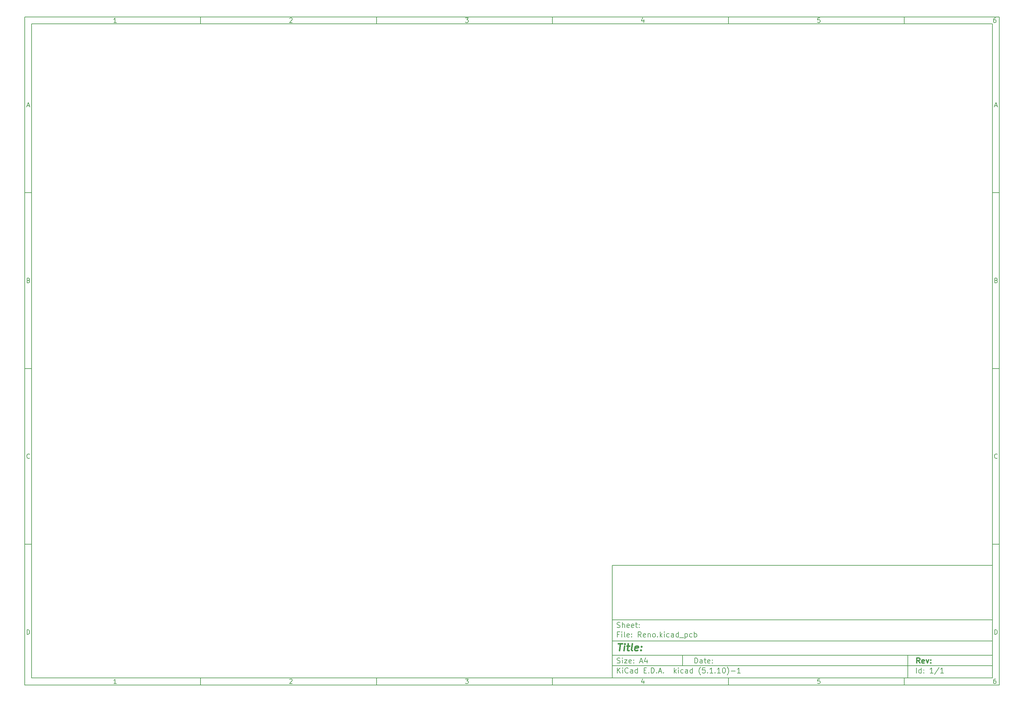
<source format=gbr>
%TF.GenerationSoftware,KiCad,Pcbnew,(5.1.10)-1*%
%TF.CreationDate,2021-09-25T22:05:34-07:00*%
%TF.ProjectId,Reno,52656e6f-2e6b-4696-9361-645f70636258,rev?*%
%TF.SameCoordinates,Original*%
%TF.FileFunction,Paste,Bot*%
%TF.FilePolarity,Positive*%
%FSLAX46Y46*%
G04 Gerber Fmt 4.6, Leading zero omitted, Abs format (unit mm)*
G04 Created by KiCad (PCBNEW (5.1.10)-1) date 2021-09-25 22:05:34*
%MOMM*%
%LPD*%
G01*
G04 APERTURE LIST*
%ADD10C,0.100000*%
%ADD11C,0.150000*%
%ADD12C,0.300000*%
%ADD13C,0.400000*%
G04 APERTURE END LIST*
D10*
D11*
X177002200Y-166007200D02*
X177002200Y-198007200D01*
X285002200Y-198007200D01*
X285002200Y-166007200D01*
X177002200Y-166007200D01*
D10*
D11*
X10000000Y-10000000D02*
X10000000Y-200007200D01*
X287002200Y-200007200D01*
X287002200Y-10000000D01*
X10000000Y-10000000D01*
D10*
D11*
X12000000Y-12000000D02*
X12000000Y-198007200D01*
X285002200Y-198007200D01*
X285002200Y-12000000D01*
X12000000Y-12000000D01*
D10*
D11*
X60000000Y-12000000D02*
X60000000Y-10000000D01*
D10*
D11*
X110000000Y-12000000D02*
X110000000Y-10000000D01*
D10*
D11*
X160000000Y-12000000D02*
X160000000Y-10000000D01*
D10*
D11*
X210000000Y-12000000D02*
X210000000Y-10000000D01*
D10*
D11*
X260000000Y-12000000D02*
X260000000Y-10000000D01*
D10*
D11*
X36065476Y-11588095D02*
X35322619Y-11588095D01*
X35694047Y-11588095D02*
X35694047Y-10288095D01*
X35570238Y-10473809D01*
X35446428Y-10597619D01*
X35322619Y-10659523D01*
D10*
D11*
X85322619Y-10411904D02*
X85384523Y-10350000D01*
X85508333Y-10288095D01*
X85817857Y-10288095D01*
X85941666Y-10350000D01*
X86003571Y-10411904D01*
X86065476Y-10535714D01*
X86065476Y-10659523D01*
X86003571Y-10845238D01*
X85260714Y-11588095D01*
X86065476Y-11588095D01*
D10*
D11*
X135260714Y-10288095D02*
X136065476Y-10288095D01*
X135632142Y-10783333D01*
X135817857Y-10783333D01*
X135941666Y-10845238D01*
X136003571Y-10907142D01*
X136065476Y-11030952D01*
X136065476Y-11340476D01*
X136003571Y-11464285D01*
X135941666Y-11526190D01*
X135817857Y-11588095D01*
X135446428Y-11588095D01*
X135322619Y-11526190D01*
X135260714Y-11464285D01*
D10*
D11*
X185941666Y-10721428D02*
X185941666Y-11588095D01*
X185632142Y-10226190D02*
X185322619Y-11154761D01*
X186127380Y-11154761D01*
D10*
D11*
X236003571Y-10288095D02*
X235384523Y-10288095D01*
X235322619Y-10907142D01*
X235384523Y-10845238D01*
X235508333Y-10783333D01*
X235817857Y-10783333D01*
X235941666Y-10845238D01*
X236003571Y-10907142D01*
X236065476Y-11030952D01*
X236065476Y-11340476D01*
X236003571Y-11464285D01*
X235941666Y-11526190D01*
X235817857Y-11588095D01*
X235508333Y-11588095D01*
X235384523Y-11526190D01*
X235322619Y-11464285D01*
D10*
D11*
X285941666Y-10288095D02*
X285694047Y-10288095D01*
X285570238Y-10350000D01*
X285508333Y-10411904D01*
X285384523Y-10597619D01*
X285322619Y-10845238D01*
X285322619Y-11340476D01*
X285384523Y-11464285D01*
X285446428Y-11526190D01*
X285570238Y-11588095D01*
X285817857Y-11588095D01*
X285941666Y-11526190D01*
X286003571Y-11464285D01*
X286065476Y-11340476D01*
X286065476Y-11030952D01*
X286003571Y-10907142D01*
X285941666Y-10845238D01*
X285817857Y-10783333D01*
X285570238Y-10783333D01*
X285446428Y-10845238D01*
X285384523Y-10907142D01*
X285322619Y-11030952D01*
D10*
D11*
X60000000Y-198007200D02*
X60000000Y-200007200D01*
D10*
D11*
X110000000Y-198007200D02*
X110000000Y-200007200D01*
D10*
D11*
X160000000Y-198007200D02*
X160000000Y-200007200D01*
D10*
D11*
X210000000Y-198007200D02*
X210000000Y-200007200D01*
D10*
D11*
X260000000Y-198007200D02*
X260000000Y-200007200D01*
D10*
D11*
X36065476Y-199595295D02*
X35322619Y-199595295D01*
X35694047Y-199595295D02*
X35694047Y-198295295D01*
X35570238Y-198481009D01*
X35446428Y-198604819D01*
X35322619Y-198666723D01*
D10*
D11*
X85322619Y-198419104D02*
X85384523Y-198357200D01*
X85508333Y-198295295D01*
X85817857Y-198295295D01*
X85941666Y-198357200D01*
X86003571Y-198419104D01*
X86065476Y-198542914D01*
X86065476Y-198666723D01*
X86003571Y-198852438D01*
X85260714Y-199595295D01*
X86065476Y-199595295D01*
D10*
D11*
X135260714Y-198295295D02*
X136065476Y-198295295D01*
X135632142Y-198790533D01*
X135817857Y-198790533D01*
X135941666Y-198852438D01*
X136003571Y-198914342D01*
X136065476Y-199038152D01*
X136065476Y-199347676D01*
X136003571Y-199471485D01*
X135941666Y-199533390D01*
X135817857Y-199595295D01*
X135446428Y-199595295D01*
X135322619Y-199533390D01*
X135260714Y-199471485D01*
D10*
D11*
X185941666Y-198728628D02*
X185941666Y-199595295D01*
X185632142Y-198233390D02*
X185322619Y-199161961D01*
X186127380Y-199161961D01*
D10*
D11*
X236003571Y-198295295D02*
X235384523Y-198295295D01*
X235322619Y-198914342D01*
X235384523Y-198852438D01*
X235508333Y-198790533D01*
X235817857Y-198790533D01*
X235941666Y-198852438D01*
X236003571Y-198914342D01*
X236065476Y-199038152D01*
X236065476Y-199347676D01*
X236003571Y-199471485D01*
X235941666Y-199533390D01*
X235817857Y-199595295D01*
X235508333Y-199595295D01*
X235384523Y-199533390D01*
X235322619Y-199471485D01*
D10*
D11*
X285941666Y-198295295D02*
X285694047Y-198295295D01*
X285570238Y-198357200D01*
X285508333Y-198419104D01*
X285384523Y-198604819D01*
X285322619Y-198852438D01*
X285322619Y-199347676D01*
X285384523Y-199471485D01*
X285446428Y-199533390D01*
X285570238Y-199595295D01*
X285817857Y-199595295D01*
X285941666Y-199533390D01*
X286003571Y-199471485D01*
X286065476Y-199347676D01*
X286065476Y-199038152D01*
X286003571Y-198914342D01*
X285941666Y-198852438D01*
X285817857Y-198790533D01*
X285570238Y-198790533D01*
X285446428Y-198852438D01*
X285384523Y-198914342D01*
X285322619Y-199038152D01*
D10*
D11*
X10000000Y-60000000D02*
X12000000Y-60000000D01*
D10*
D11*
X10000000Y-110000000D02*
X12000000Y-110000000D01*
D10*
D11*
X10000000Y-160000000D02*
X12000000Y-160000000D01*
D10*
D11*
X10690476Y-35216666D02*
X11309523Y-35216666D01*
X10566666Y-35588095D02*
X11000000Y-34288095D01*
X11433333Y-35588095D01*
D10*
D11*
X11092857Y-84907142D02*
X11278571Y-84969047D01*
X11340476Y-85030952D01*
X11402380Y-85154761D01*
X11402380Y-85340476D01*
X11340476Y-85464285D01*
X11278571Y-85526190D01*
X11154761Y-85588095D01*
X10659523Y-85588095D01*
X10659523Y-84288095D01*
X11092857Y-84288095D01*
X11216666Y-84350000D01*
X11278571Y-84411904D01*
X11340476Y-84535714D01*
X11340476Y-84659523D01*
X11278571Y-84783333D01*
X11216666Y-84845238D01*
X11092857Y-84907142D01*
X10659523Y-84907142D01*
D10*
D11*
X11402380Y-135464285D02*
X11340476Y-135526190D01*
X11154761Y-135588095D01*
X11030952Y-135588095D01*
X10845238Y-135526190D01*
X10721428Y-135402380D01*
X10659523Y-135278571D01*
X10597619Y-135030952D01*
X10597619Y-134845238D01*
X10659523Y-134597619D01*
X10721428Y-134473809D01*
X10845238Y-134350000D01*
X11030952Y-134288095D01*
X11154761Y-134288095D01*
X11340476Y-134350000D01*
X11402380Y-134411904D01*
D10*
D11*
X10659523Y-185588095D02*
X10659523Y-184288095D01*
X10969047Y-184288095D01*
X11154761Y-184350000D01*
X11278571Y-184473809D01*
X11340476Y-184597619D01*
X11402380Y-184845238D01*
X11402380Y-185030952D01*
X11340476Y-185278571D01*
X11278571Y-185402380D01*
X11154761Y-185526190D01*
X10969047Y-185588095D01*
X10659523Y-185588095D01*
D10*
D11*
X287002200Y-60000000D02*
X285002200Y-60000000D01*
D10*
D11*
X287002200Y-110000000D02*
X285002200Y-110000000D01*
D10*
D11*
X287002200Y-160000000D02*
X285002200Y-160000000D01*
D10*
D11*
X285692676Y-35216666D02*
X286311723Y-35216666D01*
X285568866Y-35588095D02*
X286002200Y-34288095D01*
X286435533Y-35588095D01*
D10*
D11*
X286095057Y-84907142D02*
X286280771Y-84969047D01*
X286342676Y-85030952D01*
X286404580Y-85154761D01*
X286404580Y-85340476D01*
X286342676Y-85464285D01*
X286280771Y-85526190D01*
X286156961Y-85588095D01*
X285661723Y-85588095D01*
X285661723Y-84288095D01*
X286095057Y-84288095D01*
X286218866Y-84350000D01*
X286280771Y-84411904D01*
X286342676Y-84535714D01*
X286342676Y-84659523D01*
X286280771Y-84783333D01*
X286218866Y-84845238D01*
X286095057Y-84907142D01*
X285661723Y-84907142D01*
D10*
D11*
X286404580Y-135464285D02*
X286342676Y-135526190D01*
X286156961Y-135588095D01*
X286033152Y-135588095D01*
X285847438Y-135526190D01*
X285723628Y-135402380D01*
X285661723Y-135278571D01*
X285599819Y-135030952D01*
X285599819Y-134845238D01*
X285661723Y-134597619D01*
X285723628Y-134473809D01*
X285847438Y-134350000D01*
X286033152Y-134288095D01*
X286156961Y-134288095D01*
X286342676Y-134350000D01*
X286404580Y-134411904D01*
D10*
D11*
X285661723Y-185588095D02*
X285661723Y-184288095D01*
X285971247Y-184288095D01*
X286156961Y-184350000D01*
X286280771Y-184473809D01*
X286342676Y-184597619D01*
X286404580Y-184845238D01*
X286404580Y-185030952D01*
X286342676Y-185278571D01*
X286280771Y-185402380D01*
X286156961Y-185526190D01*
X285971247Y-185588095D01*
X285661723Y-185588095D01*
D10*
D11*
X200434342Y-193785771D02*
X200434342Y-192285771D01*
X200791485Y-192285771D01*
X201005771Y-192357200D01*
X201148628Y-192500057D01*
X201220057Y-192642914D01*
X201291485Y-192928628D01*
X201291485Y-193142914D01*
X201220057Y-193428628D01*
X201148628Y-193571485D01*
X201005771Y-193714342D01*
X200791485Y-193785771D01*
X200434342Y-193785771D01*
X202577200Y-193785771D02*
X202577200Y-193000057D01*
X202505771Y-192857200D01*
X202362914Y-192785771D01*
X202077200Y-192785771D01*
X201934342Y-192857200D01*
X202577200Y-193714342D02*
X202434342Y-193785771D01*
X202077200Y-193785771D01*
X201934342Y-193714342D01*
X201862914Y-193571485D01*
X201862914Y-193428628D01*
X201934342Y-193285771D01*
X202077200Y-193214342D01*
X202434342Y-193214342D01*
X202577200Y-193142914D01*
X203077200Y-192785771D02*
X203648628Y-192785771D01*
X203291485Y-192285771D02*
X203291485Y-193571485D01*
X203362914Y-193714342D01*
X203505771Y-193785771D01*
X203648628Y-193785771D01*
X204720057Y-193714342D02*
X204577200Y-193785771D01*
X204291485Y-193785771D01*
X204148628Y-193714342D01*
X204077200Y-193571485D01*
X204077200Y-193000057D01*
X204148628Y-192857200D01*
X204291485Y-192785771D01*
X204577200Y-192785771D01*
X204720057Y-192857200D01*
X204791485Y-193000057D01*
X204791485Y-193142914D01*
X204077200Y-193285771D01*
X205434342Y-193642914D02*
X205505771Y-193714342D01*
X205434342Y-193785771D01*
X205362914Y-193714342D01*
X205434342Y-193642914D01*
X205434342Y-193785771D01*
X205434342Y-192857200D02*
X205505771Y-192928628D01*
X205434342Y-193000057D01*
X205362914Y-192928628D01*
X205434342Y-192857200D01*
X205434342Y-193000057D01*
D10*
D11*
X177002200Y-194507200D02*
X285002200Y-194507200D01*
D10*
D11*
X178434342Y-196585771D02*
X178434342Y-195085771D01*
X179291485Y-196585771D02*
X178648628Y-195728628D01*
X179291485Y-195085771D02*
X178434342Y-195942914D01*
X179934342Y-196585771D02*
X179934342Y-195585771D01*
X179934342Y-195085771D02*
X179862914Y-195157200D01*
X179934342Y-195228628D01*
X180005771Y-195157200D01*
X179934342Y-195085771D01*
X179934342Y-195228628D01*
X181505771Y-196442914D02*
X181434342Y-196514342D01*
X181220057Y-196585771D01*
X181077200Y-196585771D01*
X180862914Y-196514342D01*
X180720057Y-196371485D01*
X180648628Y-196228628D01*
X180577200Y-195942914D01*
X180577200Y-195728628D01*
X180648628Y-195442914D01*
X180720057Y-195300057D01*
X180862914Y-195157200D01*
X181077200Y-195085771D01*
X181220057Y-195085771D01*
X181434342Y-195157200D01*
X181505771Y-195228628D01*
X182791485Y-196585771D02*
X182791485Y-195800057D01*
X182720057Y-195657200D01*
X182577200Y-195585771D01*
X182291485Y-195585771D01*
X182148628Y-195657200D01*
X182791485Y-196514342D02*
X182648628Y-196585771D01*
X182291485Y-196585771D01*
X182148628Y-196514342D01*
X182077200Y-196371485D01*
X182077200Y-196228628D01*
X182148628Y-196085771D01*
X182291485Y-196014342D01*
X182648628Y-196014342D01*
X182791485Y-195942914D01*
X184148628Y-196585771D02*
X184148628Y-195085771D01*
X184148628Y-196514342D02*
X184005771Y-196585771D01*
X183720057Y-196585771D01*
X183577200Y-196514342D01*
X183505771Y-196442914D01*
X183434342Y-196300057D01*
X183434342Y-195871485D01*
X183505771Y-195728628D01*
X183577200Y-195657200D01*
X183720057Y-195585771D01*
X184005771Y-195585771D01*
X184148628Y-195657200D01*
X186005771Y-195800057D02*
X186505771Y-195800057D01*
X186720057Y-196585771D02*
X186005771Y-196585771D01*
X186005771Y-195085771D01*
X186720057Y-195085771D01*
X187362914Y-196442914D02*
X187434342Y-196514342D01*
X187362914Y-196585771D01*
X187291485Y-196514342D01*
X187362914Y-196442914D01*
X187362914Y-196585771D01*
X188077200Y-196585771D02*
X188077200Y-195085771D01*
X188434342Y-195085771D01*
X188648628Y-195157200D01*
X188791485Y-195300057D01*
X188862914Y-195442914D01*
X188934342Y-195728628D01*
X188934342Y-195942914D01*
X188862914Y-196228628D01*
X188791485Y-196371485D01*
X188648628Y-196514342D01*
X188434342Y-196585771D01*
X188077200Y-196585771D01*
X189577200Y-196442914D02*
X189648628Y-196514342D01*
X189577200Y-196585771D01*
X189505771Y-196514342D01*
X189577200Y-196442914D01*
X189577200Y-196585771D01*
X190220057Y-196157200D02*
X190934342Y-196157200D01*
X190077200Y-196585771D02*
X190577200Y-195085771D01*
X191077200Y-196585771D01*
X191577200Y-196442914D02*
X191648628Y-196514342D01*
X191577200Y-196585771D01*
X191505771Y-196514342D01*
X191577200Y-196442914D01*
X191577200Y-196585771D01*
X194577200Y-196585771D02*
X194577200Y-195085771D01*
X194720057Y-196014342D02*
X195148628Y-196585771D01*
X195148628Y-195585771D02*
X194577200Y-196157200D01*
X195791485Y-196585771D02*
X195791485Y-195585771D01*
X195791485Y-195085771D02*
X195720057Y-195157200D01*
X195791485Y-195228628D01*
X195862914Y-195157200D01*
X195791485Y-195085771D01*
X195791485Y-195228628D01*
X197148628Y-196514342D02*
X197005771Y-196585771D01*
X196720057Y-196585771D01*
X196577200Y-196514342D01*
X196505771Y-196442914D01*
X196434342Y-196300057D01*
X196434342Y-195871485D01*
X196505771Y-195728628D01*
X196577200Y-195657200D01*
X196720057Y-195585771D01*
X197005771Y-195585771D01*
X197148628Y-195657200D01*
X198434342Y-196585771D02*
X198434342Y-195800057D01*
X198362914Y-195657200D01*
X198220057Y-195585771D01*
X197934342Y-195585771D01*
X197791485Y-195657200D01*
X198434342Y-196514342D02*
X198291485Y-196585771D01*
X197934342Y-196585771D01*
X197791485Y-196514342D01*
X197720057Y-196371485D01*
X197720057Y-196228628D01*
X197791485Y-196085771D01*
X197934342Y-196014342D01*
X198291485Y-196014342D01*
X198434342Y-195942914D01*
X199791485Y-196585771D02*
X199791485Y-195085771D01*
X199791485Y-196514342D02*
X199648628Y-196585771D01*
X199362914Y-196585771D01*
X199220057Y-196514342D01*
X199148628Y-196442914D01*
X199077200Y-196300057D01*
X199077200Y-195871485D01*
X199148628Y-195728628D01*
X199220057Y-195657200D01*
X199362914Y-195585771D01*
X199648628Y-195585771D01*
X199791485Y-195657200D01*
X202077200Y-197157200D02*
X202005771Y-197085771D01*
X201862914Y-196871485D01*
X201791485Y-196728628D01*
X201720057Y-196514342D01*
X201648628Y-196157200D01*
X201648628Y-195871485D01*
X201720057Y-195514342D01*
X201791485Y-195300057D01*
X201862914Y-195157200D01*
X202005771Y-194942914D01*
X202077200Y-194871485D01*
X203362914Y-195085771D02*
X202648628Y-195085771D01*
X202577200Y-195800057D01*
X202648628Y-195728628D01*
X202791485Y-195657200D01*
X203148628Y-195657200D01*
X203291485Y-195728628D01*
X203362914Y-195800057D01*
X203434342Y-195942914D01*
X203434342Y-196300057D01*
X203362914Y-196442914D01*
X203291485Y-196514342D01*
X203148628Y-196585771D01*
X202791485Y-196585771D01*
X202648628Y-196514342D01*
X202577200Y-196442914D01*
X204077200Y-196442914D02*
X204148628Y-196514342D01*
X204077200Y-196585771D01*
X204005771Y-196514342D01*
X204077200Y-196442914D01*
X204077200Y-196585771D01*
X205577200Y-196585771D02*
X204720057Y-196585771D01*
X205148628Y-196585771D02*
X205148628Y-195085771D01*
X205005771Y-195300057D01*
X204862914Y-195442914D01*
X204720057Y-195514342D01*
X206220057Y-196442914D02*
X206291485Y-196514342D01*
X206220057Y-196585771D01*
X206148628Y-196514342D01*
X206220057Y-196442914D01*
X206220057Y-196585771D01*
X207720057Y-196585771D02*
X206862914Y-196585771D01*
X207291485Y-196585771D02*
X207291485Y-195085771D01*
X207148628Y-195300057D01*
X207005771Y-195442914D01*
X206862914Y-195514342D01*
X208648628Y-195085771D02*
X208791485Y-195085771D01*
X208934342Y-195157200D01*
X209005771Y-195228628D01*
X209077200Y-195371485D01*
X209148628Y-195657200D01*
X209148628Y-196014342D01*
X209077200Y-196300057D01*
X209005771Y-196442914D01*
X208934342Y-196514342D01*
X208791485Y-196585771D01*
X208648628Y-196585771D01*
X208505771Y-196514342D01*
X208434342Y-196442914D01*
X208362914Y-196300057D01*
X208291485Y-196014342D01*
X208291485Y-195657200D01*
X208362914Y-195371485D01*
X208434342Y-195228628D01*
X208505771Y-195157200D01*
X208648628Y-195085771D01*
X209648628Y-197157200D02*
X209720057Y-197085771D01*
X209862914Y-196871485D01*
X209934342Y-196728628D01*
X210005771Y-196514342D01*
X210077200Y-196157200D01*
X210077200Y-195871485D01*
X210005771Y-195514342D01*
X209934342Y-195300057D01*
X209862914Y-195157200D01*
X209720057Y-194942914D01*
X209648628Y-194871485D01*
X210791485Y-196014342D02*
X211934342Y-196014342D01*
X213434342Y-196585771D02*
X212577200Y-196585771D01*
X213005771Y-196585771D02*
X213005771Y-195085771D01*
X212862914Y-195300057D01*
X212720057Y-195442914D01*
X212577200Y-195514342D01*
D10*
D11*
X177002200Y-191507200D02*
X285002200Y-191507200D01*
D10*
D12*
X264411485Y-193785771D02*
X263911485Y-193071485D01*
X263554342Y-193785771D02*
X263554342Y-192285771D01*
X264125771Y-192285771D01*
X264268628Y-192357200D01*
X264340057Y-192428628D01*
X264411485Y-192571485D01*
X264411485Y-192785771D01*
X264340057Y-192928628D01*
X264268628Y-193000057D01*
X264125771Y-193071485D01*
X263554342Y-193071485D01*
X265625771Y-193714342D02*
X265482914Y-193785771D01*
X265197200Y-193785771D01*
X265054342Y-193714342D01*
X264982914Y-193571485D01*
X264982914Y-193000057D01*
X265054342Y-192857200D01*
X265197200Y-192785771D01*
X265482914Y-192785771D01*
X265625771Y-192857200D01*
X265697200Y-193000057D01*
X265697200Y-193142914D01*
X264982914Y-193285771D01*
X266197200Y-192785771D02*
X266554342Y-193785771D01*
X266911485Y-192785771D01*
X267482914Y-193642914D02*
X267554342Y-193714342D01*
X267482914Y-193785771D01*
X267411485Y-193714342D01*
X267482914Y-193642914D01*
X267482914Y-193785771D01*
X267482914Y-192857200D02*
X267554342Y-192928628D01*
X267482914Y-193000057D01*
X267411485Y-192928628D01*
X267482914Y-192857200D01*
X267482914Y-193000057D01*
D10*
D11*
X178362914Y-193714342D02*
X178577200Y-193785771D01*
X178934342Y-193785771D01*
X179077200Y-193714342D01*
X179148628Y-193642914D01*
X179220057Y-193500057D01*
X179220057Y-193357200D01*
X179148628Y-193214342D01*
X179077200Y-193142914D01*
X178934342Y-193071485D01*
X178648628Y-193000057D01*
X178505771Y-192928628D01*
X178434342Y-192857200D01*
X178362914Y-192714342D01*
X178362914Y-192571485D01*
X178434342Y-192428628D01*
X178505771Y-192357200D01*
X178648628Y-192285771D01*
X179005771Y-192285771D01*
X179220057Y-192357200D01*
X179862914Y-193785771D02*
X179862914Y-192785771D01*
X179862914Y-192285771D02*
X179791485Y-192357200D01*
X179862914Y-192428628D01*
X179934342Y-192357200D01*
X179862914Y-192285771D01*
X179862914Y-192428628D01*
X180434342Y-192785771D02*
X181220057Y-192785771D01*
X180434342Y-193785771D01*
X181220057Y-193785771D01*
X182362914Y-193714342D02*
X182220057Y-193785771D01*
X181934342Y-193785771D01*
X181791485Y-193714342D01*
X181720057Y-193571485D01*
X181720057Y-193000057D01*
X181791485Y-192857200D01*
X181934342Y-192785771D01*
X182220057Y-192785771D01*
X182362914Y-192857200D01*
X182434342Y-193000057D01*
X182434342Y-193142914D01*
X181720057Y-193285771D01*
X183077200Y-193642914D02*
X183148628Y-193714342D01*
X183077200Y-193785771D01*
X183005771Y-193714342D01*
X183077200Y-193642914D01*
X183077200Y-193785771D01*
X183077200Y-192857200D02*
X183148628Y-192928628D01*
X183077200Y-193000057D01*
X183005771Y-192928628D01*
X183077200Y-192857200D01*
X183077200Y-193000057D01*
X184862914Y-193357200D02*
X185577200Y-193357200D01*
X184720057Y-193785771D02*
X185220057Y-192285771D01*
X185720057Y-193785771D01*
X186862914Y-192785771D02*
X186862914Y-193785771D01*
X186505771Y-192214342D02*
X186148628Y-193285771D01*
X187077200Y-193285771D01*
D10*
D11*
X263434342Y-196585771D02*
X263434342Y-195085771D01*
X264791485Y-196585771D02*
X264791485Y-195085771D01*
X264791485Y-196514342D02*
X264648628Y-196585771D01*
X264362914Y-196585771D01*
X264220057Y-196514342D01*
X264148628Y-196442914D01*
X264077200Y-196300057D01*
X264077200Y-195871485D01*
X264148628Y-195728628D01*
X264220057Y-195657200D01*
X264362914Y-195585771D01*
X264648628Y-195585771D01*
X264791485Y-195657200D01*
X265505771Y-196442914D02*
X265577200Y-196514342D01*
X265505771Y-196585771D01*
X265434342Y-196514342D01*
X265505771Y-196442914D01*
X265505771Y-196585771D01*
X265505771Y-195657200D02*
X265577200Y-195728628D01*
X265505771Y-195800057D01*
X265434342Y-195728628D01*
X265505771Y-195657200D01*
X265505771Y-195800057D01*
X268148628Y-196585771D02*
X267291485Y-196585771D01*
X267720057Y-196585771D02*
X267720057Y-195085771D01*
X267577200Y-195300057D01*
X267434342Y-195442914D01*
X267291485Y-195514342D01*
X269862914Y-195014342D02*
X268577200Y-196942914D01*
X271148628Y-196585771D02*
X270291485Y-196585771D01*
X270720057Y-196585771D02*
X270720057Y-195085771D01*
X270577200Y-195300057D01*
X270434342Y-195442914D01*
X270291485Y-195514342D01*
D10*
D11*
X177002200Y-187507200D02*
X285002200Y-187507200D01*
D10*
D13*
X178714580Y-188211961D02*
X179857438Y-188211961D01*
X179036009Y-190211961D02*
X179286009Y-188211961D01*
X180274104Y-190211961D02*
X180440771Y-188878628D01*
X180524104Y-188211961D02*
X180416961Y-188307200D01*
X180500295Y-188402438D01*
X180607438Y-188307200D01*
X180524104Y-188211961D01*
X180500295Y-188402438D01*
X181107438Y-188878628D02*
X181869342Y-188878628D01*
X181476485Y-188211961D02*
X181262200Y-189926247D01*
X181333628Y-190116723D01*
X181512200Y-190211961D01*
X181702676Y-190211961D01*
X182655057Y-190211961D02*
X182476485Y-190116723D01*
X182405057Y-189926247D01*
X182619342Y-188211961D01*
X184190771Y-190116723D02*
X183988390Y-190211961D01*
X183607438Y-190211961D01*
X183428866Y-190116723D01*
X183357438Y-189926247D01*
X183452676Y-189164342D01*
X183571723Y-188973866D01*
X183774104Y-188878628D01*
X184155057Y-188878628D01*
X184333628Y-188973866D01*
X184405057Y-189164342D01*
X184381247Y-189354819D01*
X183405057Y-189545295D01*
X185155057Y-190021485D02*
X185238390Y-190116723D01*
X185131247Y-190211961D01*
X185047914Y-190116723D01*
X185155057Y-190021485D01*
X185131247Y-190211961D01*
X185286009Y-188973866D02*
X185369342Y-189069104D01*
X185262200Y-189164342D01*
X185178866Y-189069104D01*
X185286009Y-188973866D01*
X185262200Y-189164342D01*
D10*
D11*
X178934342Y-185600057D02*
X178434342Y-185600057D01*
X178434342Y-186385771D02*
X178434342Y-184885771D01*
X179148628Y-184885771D01*
X179720057Y-186385771D02*
X179720057Y-185385771D01*
X179720057Y-184885771D02*
X179648628Y-184957200D01*
X179720057Y-185028628D01*
X179791485Y-184957200D01*
X179720057Y-184885771D01*
X179720057Y-185028628D01*
X180648628Y-186385771D02*
X180505771Y-186314342D01*
X180434342Y-186171485D01*
X180434342Y-184885771D01*
X181791485Y-186314342D02*
X181648628Y-186385771D01*
X181362914Y-186385771D01*
X181220057Y-186314342D01*
X181148628Y-186171485D01*
X181148628Y-185600057D01*
X181220057Y-185457200D01*
X181362914Y-185385771D01*
X181648628Y-185385771D01*
X181791485Y-185457200D01*
X181862914Y-185600057D01*
X181862914Y-185742914D01*
X181148628Y-185885771D01*
X182505771Y-186242914D02*
X182577200Y-186314342D01*
X182505771Y-186385771D01*
X182434342Y-186314342D01*
X182505771Y-186242914D01*
X182505771Y-186385771D01*
X182505771Y-185457200D02*
X182577200Y-185528628D01*
X182505771Y-185600057D01*
X182434342Y-185528628D01*
X182505771Y-185457200D01*
X182505771Y-185600057D01*
X185220057Y-186385771D02*
X184720057Y-185671485D01*
X184362914Y-186385771D02*
X184362914Y-184885771D01*
X184934342Y-184885771D01*
X185077200Y-184957200D01*
X185148628Y-185028628D01*
X185220057Y-185171485D01*
X185220057Y-185385771D01*
X185148628Y-185528628D01*
X185077200Y-185600057D01*
X184934342Y-185671485D01*
X184362914Y-185671485D01*
X186434342Y-186314342D02*
X186291485Y-186385771D01*
X186005771Y-186385771D01*
X185862914Y-186314342D01*
X185791485Y-186171485D01*
X185791485Y-185600057D01*
X185862914Y-185457200D01*
X186005771Y-185385771D01*
X186291485Y-185385771D01*
X186434342Y-185457200D01*
X186505771Y-185600057D01*
X186505771Y-185742914D01*
X185791485Y-185885771D01*
X187148628Y-185385771D02*
X187148628Y-186385771D01*
X187148628Y-185528628D02*
X187220057Y-185457200D01*
X187362914Y-185385771D01*
X187577200Y-185385771D01*
X187720057Y-185457200D01*
X187791485Y-185600057D01*
X187791485Y-186385771D01*
X188720057Y-186385771D02*
X188577200Y-186314342D01*
X188505771Y-186242914D01*
X188434342Y-186100057D01*
X188434342Y-185671485D01*
X188505771Y-185528628D01*
X188577200Y-185457200D01*
X188720057Y-185385771D01*
X188934342Y-185385771D01*
X189077200Y-185457200D01*
X189148628Y-185528628D01*
X189220057Y-185671485D01*
X189220057Y-186100057D01*
X189148628Y-186242914D01*
X189077200Y-186314342D01*
X188934342Y-186385771D01*
X188720057Y-186385771D01*
X189862914Y-186242914D02*
X189934342Y-186314342D01*
X189862914Y-186385771D01*
X189791485Y-186314342D01*
X189862914Y-186242914D01*
X189862914Y-186385771D01*
X190577200Y-186385771D02*
X190577200Y-184885771D01*
X190720057Y-185814342D02*
X191148628Y-186385771D01*
X191148628Y-185385771D02*
X190577200Y-185957200D01*
X191791485Y-186385771D02*
X191791485Y-185385771D01*
X191791485Y-184885771D02*
X191720057Y-184957200D01*
X191791485Y-185028628D01*
X191862914Y-184957200D01*
X191791485Y-184885771D01*
X191791485Y-185028628D01*
X193148628Y-186314342D02*
X193005771Y-186385771D01*
X192720057Y-186385771D01*
X192577200Y-186314342D01*
X192505771Y-186242914D01*
X192434342Y-186100057D01*
X192434342Y-185671485D01*
X192505771Y-185528628D01*
X192577200Y-185457200D01*
X192720057Y-185385771D01*
X193005771Y-185385771D01*
X193148628Y-185457200D01*
X194434342Y-186385771D02*
X194434342Y-185600057D01*
X194362914Y-185457200D01*
X194220057Y-185385771D01*
X193934342Y-185385771D01*
X193791485Y-185457200D01*
X194434342Y-186314342D02*
X194291485Y-186385771D01*
X193934342Y-186385771D01*
X193791485Y-186314342D01*
X193720057Y-186171485D01*
X193720057Y-186028628D01*
X193791485Y-185885771D01*
X193934342Y-185814342D01*
X194291485Y-185814342D01*
X194434342Y-185742914D01*
X195791485Y-186385771D02*
X195791485Y-184885771D01*
X195791485Y-186314342D02*
X195648628Y-186385771D01*
X195362914Y-186385771D01*
X195220057Y-186314342D01*
X195148628Y-186242914D01*
X195077200Y-186100057D01*
X195077200Y-185671485D01*
X195148628Y-185528628D01*
X195220057Y-185457200D01*
X195362914Y-185385771D01*
X195648628Y-185385771D01*
X195791485Y-185457200D01*
X196148628Y-186528628D02*
X197291485Y-186528628D01*
X197648628Y-185385771D02*
X197648628Y-186885771D01*
X197648628Y-185457200D02*
X197791485Y-185385771D01*
X198077200Y-185385771D01*
X198220057Y-185457200D01*
X198291485Y-185528628D01*
X198362914Y-185671485D01*
X198362914Y-186100057D01*
X198291485Y-186242914D01*
X198220057Y-186314342D01*
X198077200Y-186385771D01*
X197791485Y-186385771D01*
X197648628Y-186314342D01*
X199648628Y-186314342D02*
X199505771Y-186385771D01*
X199220057Y-186385771D01*
X199077200Y-186314342D01*
X199005771Y-186242914D01*
X198934342Y-186100057D01*
X198934342Y-185671485D01*
X199005771Y-185528628D01*
X199077200Y-185457200D01*
X199220057Y-185385771D01*
X199505771Y-185385771D01*
X199648628Y-185457200D01*
X200291485Y-186385771D02*
X200291485Y-184885771D01*
X200291485Y-185457200D02*
X200434342Y-185385771D01*
X200720057Y-185385771D01*
X200862914Y-185457200D01*
X200934342Y-185528628D01*
X201005771Y-185671485D01*
X201005771Y-186100057D01*
X200934342Y-186242914D01*
X200862914Y-186314342D01*
X200720057Y-186385771D01*
X200434342Y-186385771D01*
X200291485Y-186314342D01*
D10*
D11*
X177002200Y-181507200D02*
X285002200Y-181507200D01*
D10*
D11*
X178362914Y-183614342D02*
X178577200Y-183685771D01*
X178934342Y-183685771D01*
X179077200Y-183614342D01*
X179148628Y-183542914D01*
X179220057Y-183400057D01*
X179220057Y-183257200D01*
X179148628Y-183114342D01*
X179077200Y-183042914D01*
X178934342Y-182971485D01*
X178648628Y-182900057D01*
X178505771Y-182828628D01*
X178434342Y-182757200D01*
X178362914Y-182614342D01*
X178362914Y-182471485D01*
X178434342Y-182328628D01*
X178505771Y-182257200D01*
X178648628Y-182185771D01*
X179005771Y-182185771D01*
X179220057Y-182257200D01*
X179862914Y-183685771D02*
X179862914Y-182185771D01*
X180505771Y-183685771D02*
X180505771Y-182900057D01*
X180434342Y-182757200D01*
X180291485Y-182685771D01*
X180077200Y-182685771D01*
X179934342Y-182757200D01*
X179862914Y-182828628D01*
X181791485Y-183614342D02*
X181648628Y-183685771D01*
X181362914Y-183685771D01*
X181220057Y-183614342D01*
X181148628Y-183471485D01*
X181148628Y-182900057D01*
X181220057Y-182757200D01*
X181362914Y-182685771D01*
X181648628Y-182685771D01*
X181791485Y-182757200D01*
X181862914Y-182900057D01*
X181862914Y-183042914D01*
X181148628Y-183185771D01*
X183077200Y-183614342D02*
X182934342Y-183685771D01*
X182648628Y-183685771D01*
X182505771Y-183614342D01*
X182434342Y-183471485D01*
X182434342Y-182900057D01*
X182505771Y-182757200D01*
X182648628Y-182685771D01*
X182934342Y-182685771D01*
X183077200Y-182757200D01*
X183148628Y-182900057D01*
X183148628Y-183042914D01*
X182434342Y-183185771D01*
X183577200Y-182685771D02*
X184148628Y-182685771D01*
X183791485Y-182185771D02*
X183791485Y-183471485D01*
X183862914Y-183614342D01*
X184005771Y-183685771D01*
X184148628Y-183685771D01*
X184648628Y-183542914D02*
X184720057Y-183614342D01*
X184648628Y-183685771D01*
X184577200Y-183614342D01*
X184648628Y-183542914D01*
X184648628Y-183685771D01*
X184648628Y-182757200D02*
X184720057Y-182828628D01*
X184648628Y-182900057D01*
X184577200Y-182828628D01*
X184648628Y-182757200D01*
X184648628Y-182900057D01*
D10*
D11*
X197002200Y-191507200D02*
X197002200Y-194507200D01*
D10*
D11*
X261002200Y-191507200D02*
X261002200Y-198007200D01*
M02*

</source>
